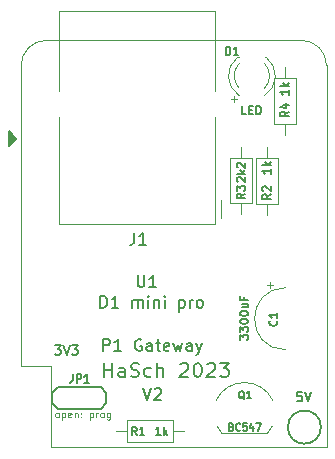
<source format=gbr>
%TF.GenerationSoftware,KiCad,Pcbnew,(6.0.0-0)*%
%TF.CreationDate,2023-07-31T21:51:40+02:00*%
%TF.ProjectId,P1_Gateway,50315f47-6174-4657-9761-792e6b696361,1*%
%TF.SameCoordinates,Original*%
%TF.FileFunction,Legend,Top*%
%TF.FilePolarity,Positive*%
%FSLAX46Y46*%
G04 Gerber Fmt 4.6, Leading zero omitted, Abs format (unit mm)*
G04 Created by KiCad (PCBNEW (6.0.0-0)) date 2023-07-31 21:51:40*
%MOMM*%
%LPD*%
G01*
G04 APERTURE LIST*
%ADD10C,0.150000*%
%ADD11C,0.100000*%
%ADD12C,0.120000*%
G04 APERTURE END LIST*
D10*
X178157142Y-78912380D02*
X178157142Y-77912380D01*
X178538095Y-77912380D01*
X178633333Y-77960000D01*
X178680952Y-78007619D01*
X178728571Y-78102857D01*
X178728571Y-78245714D01*
X178680952Y-78340952D01*
X178633333Y-78388571D01*
X178538095Y-78436190D01*
X178157142Y-78436190D01*
X179680952Y-78912380D02*
X179109523Y-78912380D01*
X179395238Y-78912380D02*
X179395238Y-77912380D01*
X179300000Y-78055238D01*
X179204761Y-78150476D01*
X179109523Y-78198095D01*
X181395238Y-77960000D02*
X181300000Y-77912380D01*
X181157142Y-77912380D01*
X181014285Y-77960000D01*
X180919047Y-78055238D01*
X180871428Y-78150476D01*
X180823809Y-78340952D01*
X180823809Y-78483809D01*
X180871428Y-78674285D01*
X180919047Y-78769523D01*
X181014285Y-78864761D01*
X181157142Y-78912380D01*
X181252380Y-78912380D01*
X181395238Y-78864761D01*
X181442857Y-78817142D01*
X181442857Y-78483809D01*
X181252380Y-78483809D01*
X182300000Y-78912380D02*
X182300000Y-78388571D01*
X182252380Y-78293333D01*
X182157142Y-78245714D01*
X181966666Y-78245714D01*
X181871428Y-78293333D01*
X182300000Y-78864761D02*
X182204761Y-78912380D01*
X181966666Y-78912380D01*
X181871428Y-78864761D01*
X181823809Y-78769523D01*
X181823809Y-78674285D01*
X181871428Y-78579047D01*
X181966666Y-78531428D01*
X182204761Y-78531428D01*
X182300000Y-78483809D01*
X182633333Y-78245714D02*
X183014285Y-78245714D01*
X182776190Y-77912380D02*
X182776190Y-78769523D01*
X182823809Y-78864761D01*
X182919047Y-78912380D01*
X183014285Y-78912380D01*
X183728571Y-78864761D02*
X183633333Y-78912380D01*
X183442857Y-78912380D01*
X183347619Y-78864761D01*
X183300000Y-78769523D01*
X183300000Y-78388571D01*
X183347619Y-78293333D01*
X183442857Y-78245714D01*
X183633333Y-78245714D01*
X183728571Y-78293333D01*
X183776190Y-78388571D01*
X183776190Y-78483809D01*
X183300000Y-78579047D01*
X184109523Y-78245714D02*
X184300000Y-78912380D01*
X184490476Y-78436190D01*
X184680952Y-78912380D01*
X184871428Y-78245714D01*
X185680952Y-78912380D02*
X185680952Y-78388571D01*
X185633333Y-78293333D01*
X185538095Y-78245714D01*
X185347619Y-78245714D01*
X185252380Y-78293333D01*
X185680952Y-78864761D02*
X185585714Y-78912380D01*
X185347619Y-78912380D01*
X185252380Y-78864761D01*
X185204761Y-78769523D01*
X185204761Y-78674285D01*
X185252380Y-78579047D01*
X185347619Y-78531428D01*
X185585714Y-78531428D01*
X185680952Y-78483809D01*
X186061904Y-78245714D02*
X186300000Y-78912380D01*
X186538095Y-78245714D02*
X186300000Y-78912380D01*
X186204761Y-79150476D01*
X186157142Y-79198095D01*
X186061904Y-79245714D01*
X181570476Y-82052380D02*
X181903809Y-83052380D01*
X182237142Y-82052380D01*
X182522857Y-82147619D02*
X182570476Y-82100000D01*
X182665714Y-82052380D01*
X182903809Y-82052380D01*
X182999047Y-82100000D01*
X183046666Y-82147619D01*
X183094285Y-82242857D01*
X183094285Y-82338095D01*
X183046666Y-82480952D01*
X182475238Y-83052380D01*
X183094285Y-83052380D01*
X174069523Y-78431904D02*
X174564761Y-78431904D01*
X174298095Y-78736666D01*
X174412380Y-78736666D01*
X174488571Y-78774761D01*
X174526666Y-78812857D01*
X174564761Y-78889047D01*
X174564761Y-79079523D01*
X174526666Y-79155714D01*
X174488571Y-79193809D01*
X174412380Y-79231904D01*
X174183809Y-79231904D01*
X174107619Y-79193809D01*
X174069523Y-79155714D01*
X174793333Y-78431904D02*
X175060000Y-79231904D01*
X175326666Y-78431904D01*
X175517142Y-78431904D02*
X176012380Y-78431904D01*
X175745714Y-78736666D01*
X175860000Y-78736666D01*
X175936190Y-78774761D01*
X175974285Y-78812857D01*
X176012380Y-78889047D01*
X176012380Y-79079523D01*
X175974285Y-79155714D01*
X175936190Y-79193809D01*
X175860000Y-79231904D01*
X175631428Y-79231904D01*
X175555238Y-79193809D01*
X175517142Y-79155714D01*
X178222857Y-81132857D02*
X178222857Y-79932857D01*
X178222857Y-80504285D02*
X178908571Y-80504285D01*
X178908571Y-81132857D02*
X178908571Y-79932857D01*
X179994285Y-81132857D02*
X179994285Y-80504285D01*
X179937142Y-80390000D01*
X179822857Y-80332857D01*
X179594285Y-80332857D01*
X179480000Y-80390000D01*
X179994285Y-81075714D02*
X179880000Y-81132857D01*
X179594285Y-81132857D01*
X179480000Y-81075714D01*
X179422857Y-80961428D01*
X179422857Y-80847142D01*
X179480000Y-80732857D01*
X179594285Y-80675714D01*
X179880000Y-80675714D01*
X179994285Y-80618571D01*
X180508571Y-81075714D02*
X180680000Y-81132857D01*
X180965714Y-81132857D01*
X181080000Y-81075714D01*
X181137142Y-81018571D01*
X181194285Y-80904285D01*
X181194285Y-80790000D01*
X181137142Y-80675714D01*
X181080000Y-80618571D01*
X180965714Y-80561428D01*
X180737142Y-80504285D01*
X180622857Y-80447142D01*
X180565714Y-80390000D01*
X180508571Y-80275714D01*
X180508571Y-80161428D01*
X180565714Y-80047142D01*
X180622857Y-79990000D01*
X180737142Y-79932857D01*
X181022857Y-79932857D01*
X181194285Y-79990000D01*
X182222857Y-81075714D02*
X182108571Y-81132857D01*
X181880000Y-81132857D01*
X181765714Y-81075714D01*
X181708571Y-81018571D01*
X181651428Y-80904285D01*
X181651428Y-80561428D01*
X181708571Y-80447142D01*
X181765714Y-80390000D01*
X181880000Y-80332857D01*
X182108571Y-80332857D01*
X182222857Y-80390000D01*
X182737142Y-81132857D02*
X182737142Y-79932857D01*
X183251428Y-81132857D02*
X183251428Y-80504285D01*
X183194285Y-80390000D01*
X183080000Y-80332857D01*
X182908571Y-80332857D01*
X182794285Y-80390000D01*
X182737142Y-80447142D01*
X184680000Y-80047142D02*
X184737142Y-79990000D01*
X184851428Y-79932857D01*
X185137142Y-79932857D01*
X185251428Y-79990000D01*
X185308571Y-80047142D01*
X185365714Y-80161428D01*
X185365714Y-80275714D01*
X185308571Y-80447142D01*
X184622857Y-81132857D01*
X185365714Y-81132857D01*
X186108571Y-79932857D02*
X186222857Y-79932857D01*
X186337142Y-79990000D01*
X186394285Y-80047142D01*
X186451428Y-80161428D01*
X186508571Y-80390000D01*
X186508571Y-80675714D01*
X186451428Y-80904285D01*
X186394285Y-81018571D01*
X186337142Y-81075714D01*
X186222857Y-81132857D01*
X186108571Y-81132857D01*
X185994285Y-81075714D01*
X185937142Y-81018571D01*
X185880000Y-80904285D01*
X185822857Y-80675714D01*
X185822857Y-80390000D01*
X185880000Y-80161428D01*
X185937142Y-80047142D01*
X185994285Y-79990000D01*
X186108571Y-79932857D01*
X186965714Y-80047142D02*
X187022857Y-79990000D01*
X187137142Y-79932857D01*
X187422857Y-79932857D01*
X187537142Y-79990000D01*
X187594285Y-80047142D01*
X187651428Y-80161428D01*
X187651428Y-80275714D01*
X187594285Y-80447142D01*
X186908571Y-81132857D01*
X187651428Y-81132857D01*
X188051428Y-79932857D02*
X188794285Y-79932857D01*
X188394285Y-80390000D01*
X188565714Y-80390000D01*
X188680000Y-80447142D01*
X188737142Y-80504285D01*
X188794285Y-80618571D01*
X188794285Y-80904285D01*
X188737142Y-81018571D01*
X188680000Y-81075714D01*
X188565714Y-81132857D01*
X188222857Y-81132857D01*
X188108571Y-81075714D01*
X188051428Y-81018571D01*
%TO.C,C1*%
X192850000Y-76356666D02*
X192883333Y-76390000D01*
X192916666Y-76490000D01*
X192916666Y-76556666D01*
X192883333Y-76656666D01*
X192816666Y-76723333D01*
X192750000Y-76756666D01*
X192616666Y-76790000D01*
X192516666Y-76790000D01*
X192383333Y-76756666D01*
X192316666Y-76723333D01*
X192250000Y-76656666D01*
X192216666Y-76556666D01*
X192216666Y-76490000D01*
X192250000Y-76390000D01*
X192283333Y-76356666D01*
X192916666Y-75690000D02*
X192916666Y-76090000D01*
X192916666Y-75890000D02*
X192216666Y-75890000D01*
X192316666Y-75956666D01*
X192383333Y-76023333D01*
X192416666Y-76090000D01*
X189726666Y-77970000D02*
X189726666Y-77536666D01*
X189993333Y-77770000D01*
X189993333Y-77670000D01*
X190026666Y-77603333D01*
X190060000Y-77570000D01*
X190126666Y-77536666D01*
X190293333Y-77536666D01*
X190360000Y-77570000D01*
X190393333Y-77603333D01*
X190426666Y-77670000D01*
X190426666Y-77870000D01*
X190393333Y-77936666D01*
X190360000Y-77970000D01*
X189726666Y-77303333D02*
X189726666Y-76870000D01*
X189993333Y-77103333D01*
X189993333Y-77003333D01*
X190026666Y-76936666D01*
X190060000Y-76903333D01*
X190126666Y-76870000D01*
X190293333Y-76870000D01*
X190360000Y-76903333D01*
X190393333Y-76936666D01*
X190426666Y-77003333D01*
X190426666Y-77203333D01*
X190393333Y-77270000D01*
X190360000Y-77303333D01*
X189726666Y-76436666D02*
X189726666Y-76370000D01*
X189760000Y-76303333D01*
X189793333Y-76270000D01*
X189860000Y-76236666D01*
X189993333Y-76203333D01*
X190160000Y-76203333D01*
X190293333Y-76236666D01*
X190360000Y-76270000D01*
X190393333Y-76303333D01*
X190426666Y-76370000D01*
X190426666Y-76436666D01*
X190393333Y-76503333D01*
X190360000Y-76536666D01*
X190293333Y-76570000D01*
X190160000Y-76603333D01*
X189993333Y-76603333D01*
X189860000Y-76570000D01*
X189793333Y-76536666D01*
X189760000Y-76503333D01*
X189726666Y-76436666D01*
X189726666Y-75770000D02*
X189726666Y-75703333D01*
X189760000Y-75636666D01*
X189793333Y-75603333D01*
X189860000Y-75570000D01*
X189993333Y-75536666D01*
X190160000Y-75536666D01*
X190293333Y-75570000D01*
X190360000Y-75603333D01*
X190393333Y-75636666D01*
X190426666Y-75703333D01*
X190426666Y-75770000D01*
X190393333Y-75836666D01*
X190360000Y-75870000D01*
X190293333Y-75903333D01*
X190160000Y-75936666D01*
X189993333Y-75936666D01*
X189860000Y-75903333D01*
X189793333Y-75870000D01*
X189760000Y-75836666D01*
X189726666Y-75770000D01*
X189960000Y-74936666D02*
X190426666Y-74936666D01*
X189960000Y-75236666D02*
X190326666Y-75236666D01*
X190393333Y-75203333D01*
X190426666Y-75136666D01*
X190426666Y-75036666D01*
X190393333Y-74970000D01*
X190360000Y-74936666D01*
X190060000Y-74370000D02*
X190060000Y-74603333D01*
X190426666Y-74603333D02*
X189726666Y-74603333D01*
X189726666Y-74270000D01*
%TO.C,D1*%
X188537333Y-53872666D02*
X188537333Y-53172666D01*
X188704000Y-53172666D01*
X188804000Y-53206000D01*
X188870666Y-53272666D01*
X188904000Y-53339333D01*
X188937333Y-53472666D01*
X188937333Y-53572666D01*
X188904000Y-53706000D01*
X188870666Y-53772666D01*
X188804000Y-53839333D01*
X188704000Y-53872666D01*
X188537333Y-53872666D01*
X189604000Y-53872666D02*
X189204000Y-53872666D01*
X189404000Y-53872666D02*
X189404000Y-53172666D01*
X189337333Y-53272666D01*
X189270666Y-53339333D01*
X189204000Y-53372666D01*
X190270000Y-58856666D02*
X189936666Y-58856666D01*
X189936666Y-58156666D01*
X190503333Y-58490000D02*
X190736666Y-58490000D01*
X190836666Y-58856666D02*
X190503333Y-58856666D01*
X190503333Y-58156666D01*
X190836666Y-58156666D01*
X191136666Y-58856666D02*
X191136666Y-58156666D01*
X191303333Y-58156666D01*
X191403333Y-58190000D01*
X191470000Y-58256666D01*
X191503333Y-58323333D01*
X191536666Y-58456666D01*
X191536666Y-58556666D01*
X191503333Y-58690000D01*
X191470000Y-58756666D01*
X191403333Y-58823333D01*
X191303333Y-58856666D01*
X191136666Y-58856666D01*
%TO.C,R1*%
X180991333Y-86041666D02*
X180758000Y-85708333D01*
X180591333Y-86041666D02*
X180591333Y-85341666D01*
X180858000Y-85341666D01*
X180924666Y-85375000D01*
X180958000Y-85408333D01*
X180991333Y-85475000D01*
X180991333Y-85575000D01*
X180958000Y-85641666D01*
X180924666Y-85675000D01*
X180858000Y-85708333D01*
X180591333Y-85708333D01*
X181658000Y-86041666D02*
X181258000Y-86041666D01*
X181458000Y-86041666D02*
X181458000Y-85341666D01*
X181391333Y-85441666D01*
X181324666Y-85508333D01*
X181258000Y-85541666D01*
X183024666Y-86041666D02*
X182624666Y-86041666D01*
X182824666Y-86041666D02*
X182824666Y-85341666D01*
X182758000Y-85441666D01*
X182691333Y-85508333D01*
X182624666Y-85541666D01*
X183324666Y-86041666D02*
X183324666Y-85341666D01*
X183391333Y-85775000D02*
X183591333Y-86041666D01*
X183591333Y-85575000D02*
X183324666Y-85841666D01*
%TO.C,R2*%
X192340666Y-65642666D02*
X192007333Y-65876000D01*
X192340666Y-66042666D02*
X191640666Y-66042666D01*
X191640666Y-65776000D01*
X191674000Y-65709333D01*
X191707333Y-65676000D01*
X191774000Y-65642666D01*
X191874000Y-65642666D01*
X191940666Y-65676000D01*
X191974000Y-65709333D01*
X192007333Y-65776000D01*
X192007333Y-66042666D01*
X191707333Y-65376000D02*
X191674000Y-65342666D01*
X191640666Y-65276000D01*
X191640666Y-65109333D01*
X191674000Y-65042666D01*
X191707333Y-65009333D01*
X191774000Y-64976000D01*
X191840666Y-64976000D01*
X191940666Y-65009333D01*
X192340666Y-65409333D01*
X192340666Y-64976000D01*
X192340666Y-63509333D02*
X192340666Y-63909333D01*
X192340666Y-63709333D02*
X191640666Y-63709333D01*
X191740666Y-63776000D01*
X191807333Y-63842666D01*
X191840666Y-63909333D01*
X192340666Y-63209333D02*
X191640666Y-63209333D01*
X192074000Y-63142666D02*
X192340666Y-62942666D01*
X191874000Y-62942666D02*
X192140666Y-63209333D01*
%TO.C,R4*%
X193866666Y-58656666D02*
X193533333Y-58890000D01*
X193866666Y-59056666D02*
X193166666Y-59056666D01*
X193166666Y-58790000D01*
X193200000Y-58723333D01*
X193233333Y-58690000D01*
X193300000Y-58656666D01*
X193400000Y-58656666D01*
X193466666Y-58690000D01*
X193500000Y-58723333D01*
X193533333Y-58790000D01*
X193533333Y-59056666D01*
X193400000Y-58056666D02*
X193866666Y-58056666D01*
X193133333Y-58223333D02*
X193633333Y-58390000D01*
X193633333Y-57956666D01*
X193866666Y-56823333D02*
X193866666Y-57223333D01*
X193866666Y-57023333D02*
X193166666Y-57023333D01*
X193266666Y-57090000D01*
X193333333Y-57156666D01*
X193366666Y-57223333D01*
X193866666Y-56523333D02*
X193166666Y-56523333D01*
X193600000Y-56456666D02*
X193866666Y-56256666D01*
X193400000Y-56256666D02*
X193666666Y-56523333D01*
%TO.C,R3*%
X190166666Y-65596666D02*
X189833333Y-65830000D01*
X190166666Y-65996666D02*
X189466666Y-65996666D01*
X189466666Y-65730000D01*
X189500000Y-65663333D01*
X189533333Y-65630000D01*
X189600000Y-65596666D01*
X189700000Y-65596666D01*
X189766666Y-65630000D01*
X189800000Y-65663333D01*
X189833333Y-65730000D01*
X189833333Y-65996666D01*
X189466666Y-65363333D02*
X189466666Y-64930000D01*
X189733333Y-65163333D01*
X189733333Y-65063333D01*
X189766666Y-64996666D01*
X189800000Y-64963333D01*
X189866666Y-64930000D01*
X190033333Y-64930000D01*
X190100000Y-64963333D01*
X190133333Y-64996666D01*
X190166666Y-65063333D01*
X190166666Y-65263333D01*
X190133333Y-65330000D01*
X190100000Y-65363333D01*
X189553333Y-64596666D02*
X189520000Y-64563333D01*
X189486666Y-64496666D01*
X189486666Y-64330000D01*
X189520000Y-64263333D01*
X189553333Y-64230000D01*
X189620000Y-64196666D01*
X189686666Y-64196666D01*
X189786666Y-64230000D01*
X190186666Y-64630000D01*
X190186666Y-64196666D01*
X190186666Y-63896666D02*
X189486666Y-63896666D01*
X189920000Y-63830000D02*
X190186666Y-63630000D01*
X189720000Y-63630000D02*
X189986666Y-63896666D01*
X189553333Y-63363333D02*
X189520000Y-63330000D01*
X189486666Y-63263333D01*
X189486666Y-63096666D01*
X189520000Y-63030000D01*
X189553333Y-62996666D01*
X189620000Y-62963333D01*
X189686666Y-62963333D01*
X189786666Y-62996666D01*
X190186666Y-63396666D01*
X190186666Y-62963333D01*
%TO.C,J1*%
X180786666Y-68912380D02*
X180786666Y-69626666D01*
X180739047Y-69769523D01*
X180643809Y-69864761D01*
X180500952Y-69912380D01*
X180405714Y-69912380D01*
X181786666Y-69912380D02*
X181215238Y-69912380D01*
X181500952Y-69912380D02*
X181500952Y-68912380D01*
X181405714Y-69055238D01*
X181310476Y-69150476D01*
X181215238Y-69198095D01*
%TO.C,JP1*%
X175580266Y-80892266D02*
X175580266Y-81392266D01*
X175546933Y-81492266D01*
X175480266Y-81558933D01*
X175380266Y-81592266D01*
X175313600Y-81592266D01*
X175913600Y-81592266D02*
X175913600Y-80892266D01*
X176180266Y-80892266D01*
X176246933Y-80925600D01*
X176280266Y-80958933D01*
X176313600Y-81025600D01*
X176313600Y-81125600D01*
X176280266Y-81192266D01*
X176246933Y-81225600D01*
X176180266Y-81258933D01*
X175913600Y-81258933D01*
X176980266Y-81592266D02*
X176580266Y-81592266D01*
X176780266Y-81592266D02*
X176780266Y-80892266D01*
X176713600Y-80992266D01*
X176646933Y-81058933D01*
X176580266Y-81092266D01*
D11*
X174225714Y-84531428D02*
X174168571Y-84502857D01*
X174140000Y-84474285D01*
X174111428Y-84417142D01*
X174111428Y-84245714D01*
X174140000Y-84188571D01*
X174168571Y-84160000D01*
X174225714Y-84131428D01*
X174311428Y-84131428D01*
X174368571Y-84160000D01*
X174397142Y-84188571D01*
X174425714Y-84245714D01*
X174425714Y-84417142D01*
X174397142Y-84474285D01*
X174368571Y-84502857D01*
X174311428Y-84531428D01*
X174225714Y-84531428D01*
X174682857Y-84131428D02*
X174682857Y-84731428D01*
X174682857Y-84160000D02*
X174740000Y-84131428D01*
X174854285Y-84131428D01*
X174911428Y-84160000D01*
X174940000Y-84188571D01*
X174968571Y-84245714D01*
X174968571Y-84417142D01*
X174940000Y-84474285D01*
X174911428Y-84502857D01*
X174854285Y-84531428D01*
X174740000Y-84531428D01*
X174682857Y-84502857D01*
X175454285Y-84502857D02*
X175397142Y-84531428D01*
X175282857Y-84531428D01*
X175225714Y-84502857D01*
X175197142Y-84445714D01*
X175197142Y-84217142D01*
X175225714Y-84160000D01*
X175282857Y-84131428D01*
X175397142Y-84131428D01*
X175454285Y-84160000D01*
X175482857Y-84217142D01*
X175482857Y-84274285D01*
X175197142Y-84331428D01*
X175740000Y-84131428D02*
X175740000Y-84531428D01*
X175740000Y-84188571D02*
X175768571Y-84160000D01*
X175825714Y-84131428D01*
X175911428Y-84131428D01*
X175968571Y-84160000D01*
X175997142Y-84217142D01*
X175997142Y-84531428D01*
X176282857Y-84474285D02*
X176311428Y-84502857D01*
X176282857Y-84531428D01*
X176254285Y-84502857D01*
X176282857Y-84474285D01*
X176282857Y-84531428D01*
X176282857Y-84160000D02*
X176311428Y-84188571D01*
X176282857Y-84217142D01*
X176254285Y-84188571D01*
X176282857Y-84160000D01*
X176282857Y-84217142D01*
X177025714Y-84131428D02*
X177025714Y-84731428D01*
X177025714Y-84160000D02*
X177082857Y-84131428D01*
X177197142Y-84131428D01*
X177254285Y-84160000D01*
X177282857Y-84188571D01*
X177311428Y-84245714D01*
X177311428Y-84417142D01*
X177282857Y-84474285D01*
X177254285Y-84502857D01*
X177197142Y-84531428D01*
X177082857Y-84531428D01*
X177025714Y-84502857D01*
X177568571Y-84531428D02*
X177568571Y-84131428D01*
X177568571Y-84245714D02*
X177597142Y-84188571D01*
X177625714Y-84160000D01*
X177682857Y-84131428D01*
X177740000Y-84131428D01*
X178025714Y-84531428D02*
X177968571Y-84502857D01*
X177940000Y-84474285D01*
X177911428Y-84417142D01*
X177911428Y-84245714D01*
X177940000Y-84188571D01*
X177968571Y-84160000D01*
X178025714Y-84131428D01*
X178111428Y-84131428D01*
X178168571Y-84160000D01*
X178197142Y-84188571D01*
X178225714Y-84245714D01*
X178225714Y-84417142D01*
X178197142Y-84474285D01*
X178168571Y-84502857D01*
X178111428Y-84531428D01*
X178025714Y-84531428D01*
X178740000Y-84131428D02*
X178740000Y-84617142D01*
X178711428Y-84674285D01*
X178682857Y-84702857D01*
X178625714Y-84731428D01*
X178540000Y-84731428D01*
X178482857Y-84702857D01*
X178740000Y-84502857D02*
X178682857Y-84531428D01*
X178568571Y-84531428D01*
X178511428Y-84502857D01*
X178482857Y-84474285D01*
X178454285Y-84417142D01*
X178454285Y-84245714D01*
X178482857Y-84188571D01*
X178511428Y-84160000D01*
X178568571Y-84131428D01*
X178682857Y-84131428D01*
X178740000Y-84160000D01*
D10*
%TO.C,U1*%
X181078095Y-72502380D02*
X181078095Y-73311904D01*
X181125714Y-73407142D01*
X181173333Y-73454761D01*
X181268571Y-73502380D01*
X181459047Y-73502380D01*
X181554285Y-73454761D01*
X181601904Y-73407142D01*
X181649523Y-73311904D01*
X181649523Y-72502380D01*
X182649523Y-73502380D02*
X182078095Y-73502380D01*
X182363809Y-73502380D02*
X182363809Y-72502380D01*
X182268571Y-72645238D01*
X182173333Y-72740476D01*
X182078095Y-72788095D01*
X177930476Y-75252380D02*
X177930476Y-74252380D01*
X178168571Y-74252380D01*
X178311428Y-74300000D01*
X178406666Y-74395238D01*
X178454285Y-74490476D01*
X178501904Y-74680952D01*
X178501904Y-74823809D01*
X178454285Y-75014285D01*
X178406666Y-75109523D01*
X178311428Y-75204761D01*
X178168571Y-75252380D01*
X177930476Y-75252380D01*
X179454285Y-75252380D02*
X178882857Y-75252380D01*
X179168571Y-75252380D02*
X179168571Y-74252380D01*
X179073333Y-74395238D01*
X178978095Y-74490476D01*
X178882857Y-74538095D01*
X180644761Y-75252380D02*
X180644761Y-74585714D01*
X180644761Y-74680952D02*
X180692380Y-74633333D01*
X180787619Y-74585714D01*
X180930476Y-74585714D01*
X181025714Y-74633333D01*
X181073333Y-74728571D01*
X181073333Y-75252380D01*
X181073333Y-74728571D02*
X181120952Y-74633333D01*
X181216190Y-74585714D01*
X181359047Y-74585714D01*
X181454285Y-74633333D01*
X181501904Y-74728571D01*
X181501904Y-75252380D01*
X181978095Y-75252380D02*
X181978095Y-74585714D01*
X181978095Y-74252380D02*
X181930476Y-74300000D01*
X181978095Y-74347619D01*
X182025714Y-74300000D01*
X181978095Y-74252380D01*
X181978095Y-74347619D01*
X182454285Y-74585714D02*
X182454285Y-75252380D01*
X182454285Y-74680952D02*
X182501904Y-74633333D01*
X182597142Y-74585714D01*
X182740000Y-74585714D01*
X182835238Y-74633333D01*
X182882857Y-74728571D01*
X182882857Y-75252380D01*
X183359047Y-75252380D02*
X183359047Y-74585714D01*
X183359047Y-74252380D02*
X183311428Y-74300000D01*
X183359047Y-74347619D01*
X183406666Y-74300000D01*
X183359047Y-74252380D01*
X183359047Y-74347619D01*
X184597142Y-74585714D02*
X184597142Y-75585714D01*
X184597142Y-74633333D02*
X184692380Y-74585714D01*
X184882857Y-74585714D01*
X184978095Y-74633333D01*
X185025714Y-74680952D01*
X185073333Y-74776190D01*
X185073333Y-75061904D01*
X185025714Y-75157142D01*
X184978095Y-75204761D01*
X184882857Y-75252380D01*
X184692380Y-75252380D01*
X184597142Y-75204761D01*
X185501904Y-75252380D02*
X185501904Y-74585714D01*
X185501904Y-74776190D02*
X185549523Y-74680952D01*
X185597142Y-74633333D01*
X185692380Y-74585714D01*
X185787619Y-74585714D01*
X186263809Y-75252380D02*
X186168571Y-75204761D01*
X186120952Y-75157142D01*
X186073333Y-75061904D01*
X186073333Y-74776190D01*
X186120952Y-74680952D01*
X186168571Y-74633333D01*
X186263809Y-74585714D01*
X186406666Y-74585714D01*
X186501904Y-74633333D01*
X186549523Y-74680952D01*
X186597142Y-74776190D01*
X186597142Y-75061904D01*
X186549523Y-75157142D01*
X186501904Y-75204761D01*
X186406666Y-75252380D01*
X186263809Y-75252380D01*
%TO.C,Q1*%
X190102657Y-82992371D02*
X190045514Y-82963800D01*
X189988371Y-82906657D01*
X189902657Y-82820942D01*
X189845514Y-82792371D01*
X189788371Y-82792371D01*
X189816942Y-82935228D02*
X189759800Y-82906657D01*
X189702657Y-82849514D01*
X189674085Y-82735228D01*
X189674085Y-82535228D01*
X189702657Y-82420942D01*
X189759800Y-82363800D01*
X189816942Y-82335228D01*
X189931228Y-82335228D01*
X189988371Y-82363800D01*
X190045514Y-82420942D01*
X190074085Y-82535228D01*
X190074085Y-82735228D01*
X190045514Y-82849514D01*
X189988371Y-82906657D01*
X189931228Y-82935228D01*
X189816942Y-82935228D01*
X190645514Y-82935228D02*
X190302657Y-82935228D01*
X190474085Y-82935228D02*
X190474085Y-82335228D01*
X190416942Y-82420942D01*
X190359800Y-82478085D01*
X190302657Y-82506657D01*
X189035514Y-85340942D02*
X189121228Y-85369514D01*
X189149800Y-85398085D01*
X189178371Y-85455228D01*
X189178371Y-85540942D01*
X189149800Y-85598085D01*
X189121228Y-85626657D01*
X189064085Y-85655228D01*
X188835514Y-85655228D01*
X188835514Y-85055228D01*
X189035514Y-85055228D01*
X189092657Y-85083800D01*
X189121228Y-85112371D01*
X189149800Y-85169514D01*
X189149800Y-85226657D01*
X189121228Y-85283800D01*
X189092657Y-85312371D01*
X189035514Y-85340942D01*
X188835514Y-85340942D01*
X189778371Y-85598085D02*
X189749800Y-85626657D01*
X189664085Y-85655228D01*
X189606942Y-85655228D01*
X189521228Y-85626657D01*
X189464085Y-85569514D01*
X189435514Y-85512371D01*
X189406942Y-85398085D01*
X189406942Y-85312371D01*
X189435514Y-85198085D01*
X189464085Y-85140942D01*
X189521228Y-85083800D01*
X189606942Y-85055228D01*
X189664085Y-85055228D01*
X189749800Y-85083800D01*
X189778371Y-85112371D01*
X190321228Y-85055228D02*
X190035514Y-85055228D01*
X190006942Y-85340942D01*
X190035514Y-85312371D01*
X190092657Y-85283800D01*
X190235514Y-85283800D01*
X190292657Y-85312371D01*
X190321228Y-85340942D01*
X190349800Y-85398085D01*
X190349800Y-85540942D01*
X190321228Y-85598085D01*
X190292657Y-85626657D01*
X190235514Y-85655228D01*
X190092657Y-85655228D01*
X190035514Y-85626657D01*
X190006942Y-85598085D01*
X190864085Y-85255228D02*
X190864085Y-85655228D01*
X190721228Y-85026657D02*
X190578371Y-85455228D01*
X190949800Y-85455228D01*
X191121228Y-85055228D02*
X191521228Y-85055228D01*
X191264085Y-85655228D01*
%TO.C,TP1*%
X194987619Y-82391904D02*
X194606666Y-82391904D01*
X194568571Y-82772857D01*
X194606666Y-82734761D01*
X194682857Y-82696666D01*
X194873333Y-82696666D01*
X194949523Y-82734761D01*
X194987619Y-82772857D01*
X195025714Y-82849047D01*
X195025714Y-83039523D01*
X194987619Y-83115714D01*
X194949523Y-83153809D01*
X194873333Y-83191904D01*
X194682857Y-83191904D01*
X194606666Y-83153809D01*
X194568571Y-83115714D01*
X195254285Y-82391904D02*
X195520952Y-83191904D01*
X195787619Y-82391904D01*
D12*
%TO.C,C1*%
X192260000Y-73060000D02*
X192260000Y-73560000D01*
X192510000Y-73310000D02*
X192010000Y-73310000D01*
X193600000Y-73570000D02*
G75*
G03*
X193600000Y-78810000I0J-2620000D01*
G01*
%TO.C,D1*%
X189504000Y-57556000D02*
X189004000Y-57556000D01*
X189254000Y-57306000D02*
X189254000Y-57806000D01*
X191990000Y-54066000D02*
X191834000Y-54066000D01*
X189674000Y-54066000D02*
X189518000Y-54066000D01*
X191832608Y-57298335D02*
G75*
G03*
X191989516Y-54066000I-1078609J1672335D01*
G01*
X189518484Y-54066000D02*
G75*
G03*
X189675392Y-57298335I1235517J-1560000D01*
G01*
X189674000Y-54585039D02*
G75*
G03*
X189674163Y-56667130I1080000J-1040961D01*
G01*
X191833837Y-56667130D02*
G75*
G03*
X191834000Y-54585039I-1079837J1041130D01*
G01*
%TO.C,R1*%
X184038000Y-86645000D02*
X184038000Y-84805000D01*
X180198000Y-84805000D02*
X180198000Y-86645000D01*
X184038000Y-84805000D02*
X180198000Y-84805000D01*
X180198000Y-86645000D02*
X184038000Y-86645000D01*
X184988000Y-85725000D02*
X184038000Y-85725000D01*
X179248000Y-85725000D02*
X180198000Y-85725000D01*
%TO.C,R2*%
X192024000Y-61646000D02*
X192024000Y-62596000D01*
X192024000Y-67386000D02*
X192024000Y-66436000D01*
X192944000Y-62596000D02*
X191104000Y-62596000D01*
X191104000Y-62596000D02*
X191104000Y-66436000D01*
X192944000Y-66436000D02*
X192944000Y-62596000D01*
X191104000Y-66436000D02*
X192944000Y-66436000D01*
%TO.C,R4*%
X192630000Y-55830000D02*
X192630000Y-59670000D01*
X193550000Y-54880000D02*
X193550000Y-55830000D01*
X194470000Y-59670000D02*
X194470000Y-55830000D01*
X193550000Y-60620000D02*
X193550000Y-59670000D01*
X192630000Y-59670000D02*
X194470000Y-59670000D01*
X194470000Y-55830000D02*
X192630000Y-55830000D01*
%TO.C,R3*%
X190770000Y-62570000D02*
X188930000Y-62570000D01*
X190770000Y-66410000D02*
X190770000Y-62570000D01*
X188930000Y-66410000D02*
X190770000Y-66410000D01*
X189850000Y-67360000D02*
X189850000Y-66410000D01*
X189850000Y-61620000D02*
X189850000Y-62570000D01*
X188930000Y-62570000D02*
X188930000Y-66410000D01*
%TO.C,J1*%
X187640000Y-68170000D02*
X174440000Y-68170000D01*
X174440000Y-50170000D02*
X174440000Y-56950000D01*
D11*
X174440000Y-50180000D02*
X174440000Y-50170000D01*
X174440000Y-50290000D02*
X174440000Y-50170000D01*
X187640000Y-59220000D02*
X187640000Y-59150000D01*
D12*
X174440000Y-50170000D02*
X187640000Y-50170000D01*
X174440000Y-68170000D02*
X174440000Y-59150000D01*
X187640000Y-59150000D02*
X187640000Y-68170000D01*
X187640000Y-50170000D02*
X187640000Y-56950000D01*
X188110000Y-66170000D02*
X188110000Y-67700000D01*
D10*
%TO.C,JP1*%
X178443600Y-82505600D02*
X178443600Y-83305600D01*
X173843600Y-83305600D02*
X173843600Y-82505600D01*
X177943600Y-83805600D02*
X174343600Y-83805600D01*
X174343600Y-83805600D02*
X173843600Y-83305600D01*
X178443600Y-83305600D02*
X177943600Y-83805600D01*
X174343600Y-82005600D02*
X177943600Y-82005600D01*
X173843600Y-82505600D02*
X174343600Y-82005600D01*
X177943600Y-82005600D02*
X178443600Y-82505600D01*
%TO.C,U1*%
X170180000Y-60325000D02*
X170180000Y-61595000D01*
X170180000Y-61595000D02*
X170815000Y-60960000D01*
X170815000Y-60960000D02*
X170180000Y-60325000D01*
G36*
X170815000Y-60960000D02*
G01*
X170180000Y-61595000D01*
X170180000Y-60325000D01*
X170815000Y-60960000D01*
G37*
X170815000Y-60960000D02*
X170180000Y-61595000D01*
X170180000Y-60325000D01*
X170815000Y-60960000D01*
D12*
X197080000Y-54750000D02*
G75*
G03*
X194950000Y-52620000I-2130002J-2D01*
G01*
X173350000Y-52620000D02*
G75*
G03*
X171220000Y-54750000I2J-2130002D01*
G01*
X173760000Y-87080000D02*
X197080000Y-87080000D01*
X173760000Y-80180000D02*
X173760000Y-87080000D01*
X171220000Y-80180000D02*
X173760000Y-80180000D01*
X194960000Y-52620000D02*
X173350000Y-52620000D01*
X171220000Y-80180000D02*
X171220000Y-54750000D01*
X197080000Y-87080000D02*
X197080000Y-54750000D01*
%TO.C,Q1*%
X188219800Y-85893800D02*
X192069800Y-85893800D01*
X192069800Y-85893800D02*
G75*
G03*
X192462183Y-85306064I-1909979J1699985D01*
G01*
X192516200Y-83094993D02*
G75*
G03*
X190159800Y-81593800I-2356399J-1098804D01*
G01*
X190089800Y-81593800D02*
G75*
G03*
X187733400Y-83094993I2J-2600002D01*
G01*
X187837169Y-85315845D02*
G75*
G03*
X188219800Y-85893800I2322647J1122056D01*
G01*
D10*
%TO.C,TP1*%
X196599000Y-85369400D02*
G75*
G03*
X196599000Y-85369400I-1400000J0D01*
G01*
%TD*%
M02*

</source>
